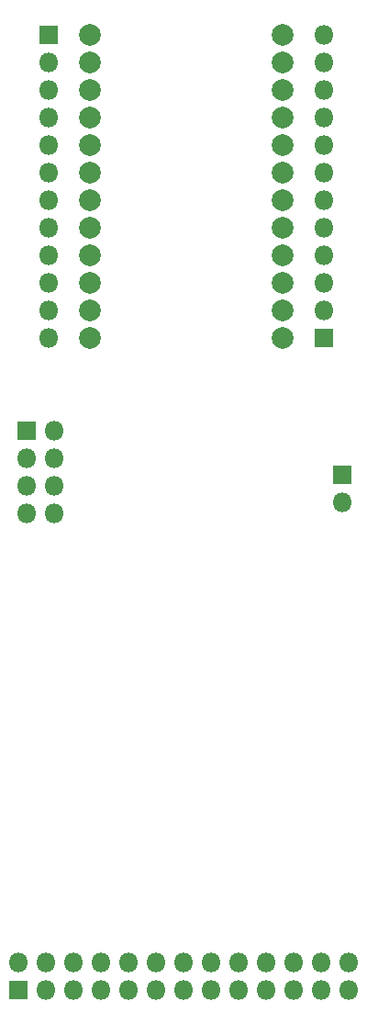
<source format=gbs>
G04 #@! TF.FileFunction,Soldermask,Bot*
%FSLAX46Y46*%
G04 Gerber Fmt 4.6, Leading zero omitted, Abs format (unit mm)*
G04 Created by KiCad (PCBNEW 4.0.7) date Mon Mar 26 00:48:08 2018*
%MOMM*%
%LPD*%
G01*
G04 APERTURE LIST*
%ADD10C,0.100000*%
%ADD11R,1.801600X1.801600*%
%ADD12O,1.801600X1.801600*%
%ADD13C,2.001600*%
G04 APERTURE END LIST*
D10*
D11*
X47269400Y-61442600D03*
D12*
X47269400Y-63982600D03*
D11*
X17424400Y-108940600D03*
D12*
X17424400Y-106400600D03*
X19964400Y-108940600D03*
X19964400Y-106400600D03*
X22504400Y-108940600D03*
X22504400Y-106400600D03*
X25044400Y-108940600D03*
X25044400Y-106400600D03*
X27584400Y-108940600D03*
X27584400Y-106400600D03*
X30124400Y-108940600D03*
X30124400Y-106400600D03*
X32664400Y-108940600D03*
X32664400Y-106400600D03*
X35204400Y-108940600D03*
X35204400Y-106400600D03*
X37744400Y-108940600D03*
X37744400Y-106400600D03*
X40284400Y-108940600D03*
X40284400Y-106400600D03*
X42824400Y-108940600D03*
X42824400Y-106400600D03*
X45364400Y-108940600D03*
X45364400Y-106400600D03*
X47904400Y-108940600D03*
X47904400Y-106400600D03*
D11*
X18186400Y-57378600D03*
D12*
X20726400Y-57378600D03*
X18186400Y-59918600D03*
X20726400Y-59918600D03*
X18186400Y-62458600D03*
X20726400Y-62458600D03*
X18186400Y-64998600D03*
X20726400Y-64998600D03*
D11*
X20218400Y-20929600D03*
D12*
X20218400Y-23469600D03*
X20218400Y-26009600D03*
X20218400Y-28549600D03*
X20218400Y-31089600D03*
X20218400Y-33629600D03*
X20218400Y-36169600D03*
X20218400Y-38709600D03*
X20218400Y-41249600D03*
X20218400Y-43789600D03*
X20218400Y-46329600D03*
X20218400Y-48869600D03*
D11*
X45618400Y-48869600D03*
D12*
X45618400Y-46329600D03*
X45618400Y-43789600D03*
X45618400Y-41249600D03*
X45618400Y-38709600D03*
X45618400Y-36169600D03*
X45618400Y-33629600D03*
X45618400Y-31089600D03*
X45618400Y-28549600D03*
X45618400Y-26009600D03*
X45618400Y-23469600D03*
X45618400Y-20929600D03*
D13*
X24028400Y-20929600D03*
X24028400Y-23469600D03*
X24028400Y-26009600D03*
X24028400Y-28549600D03*
X24028400Y-31089600D03*
X24028400Y-33629600D03*
X24028400Y-36169600D03*
X24028400Y-38709600D03*
X24028400Y-41249600D03*
X24028400Y-43789600D03*
X24028400Y-46329600D03*
X24028400Y-48869600D03*
X41808400Y-20929600D03*
X41808400Y-23469600D03*
X41808400Y-26009600D03*
X41808400Y-28549600D03*
X41808400Y-31089600D03*
X41808400Y-33629600D03*
X41808400Y-36169600D03*
X41808400Y-38709600D03*
X41808400Y-41249600D03*
X41808400Y-43789600D03*
X41808400Y-46329600D03*
X41808400Y-48869600D03*
M02*

</source>
